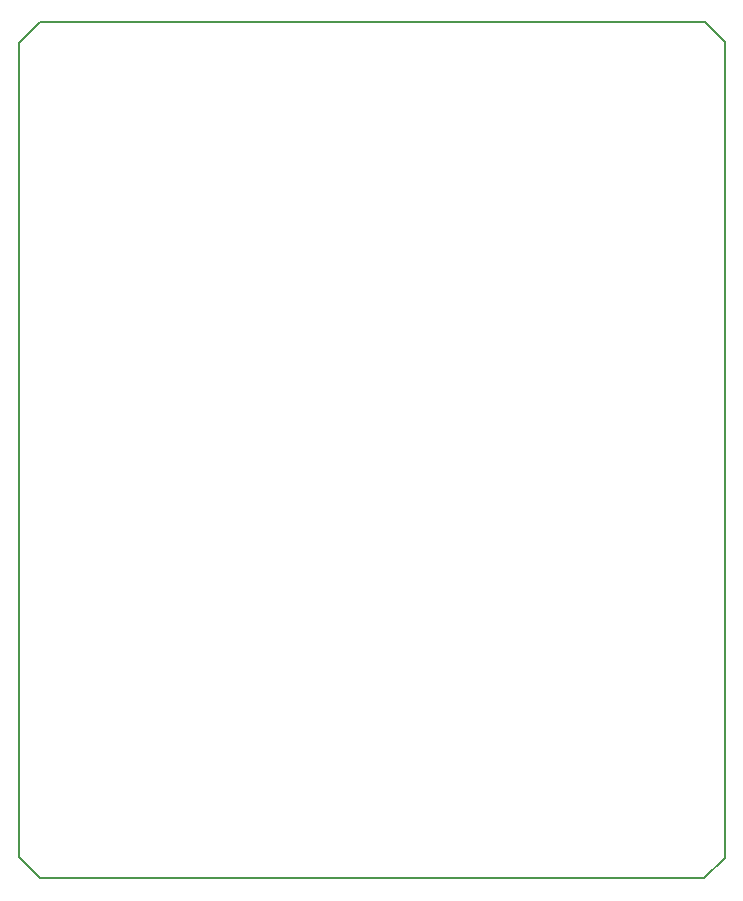
<source format=gm1>
G04*
G04 #@! TF.GenerationSoftware,Altium Limited,Altium Designer,23.5.1 (21)*
G04*
G04 Layer_Color=16711935*
%FSLAX25Y25*%
%MOIN*%
G70*
G04*
G04 #@! TF.SameCoordinates,89F97100-6FF8-4533-BDCD-A1BC4398B3AB*
G04*
G04*
G04 #@! TF.FilePolarity,Positive*
G04*
G01*
G75*
%ADD15C,0.00800*%
D15*
X41520Y23980D02*
X262980D01*
X269811Y30811D02*
Y302689D01*
X41413Y309413D02*
X263087D01*
X34547Y302547D02*
X41413Y309413D01*
X34547Y30953D02*
Y302547D01*
Y30953D02*
X41520Y23980D01*
X262980D02*
X269811Y30811D01*
X263087Y309413D02*
X269811Y302689D01*
M02*

</source>
